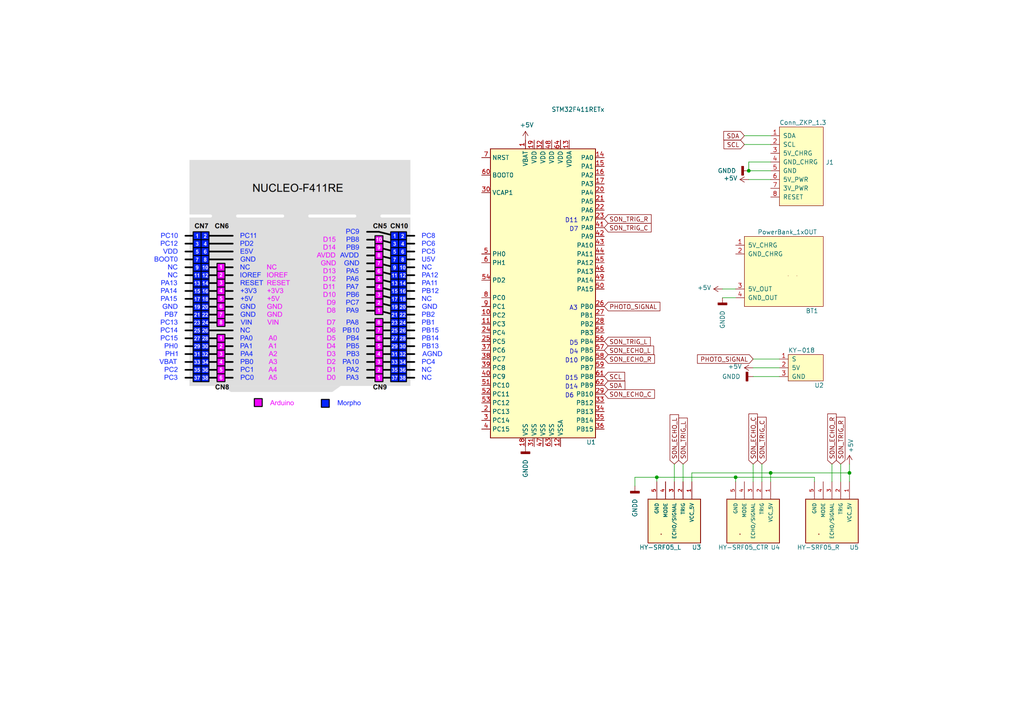
<source format=kicad_sch>
(kicad_sch (version 20211123) (generator eeschema)
  (paper "A4")
  (title_block (title "Sensors") (rev "1.0.0"))
  (lib_symbols
    (symbol "MCU_ST_STM32F4:STM32F411RETx"
      (property "Reference" "U" (at -15.24 41.91 0))
      (property "Value" "STM32F411RETx" (at 10.16 41.91 0))
      (symbol "STM32F411RETx_0_1"
        (rectangle (start -15.24 -43.18) (end 15.24 40.64) (stroke (width 0.254)) (fill (type background)))
      )
      (symbol "STM32F411RETx_1_1"
        (pin power_in line (at -5.08 43.18 270) (length 2.54) (name "VBAT") (number "1"))
        (pin bidirectional line (at -17.78 -7.62 0) (length 2.54) (name "PC2") (number "10"))
        (pin bidirectional line (at -17.78 -10.16 0) (length 2.54) (name "PC3") (number "11"))
        (pin power_in line (at 5.08 -45.72 90) (length 2.54) (name "VSSA") (number "12"))
        (pin power_in line (at 7.62 43.18 270) (length 2.54) (name "VDDA") (number "13"))
        (pin bidirectional line (at 17.78 38.1 180) (length 2.54) (name "PA0") (number "14"))
        (pin bidirectional line (at 17.78 35.56 180) (length 2.54) (name "PA1") (number "15"))
        (pin bidirectional line (at 17.78 33.02 180) (length 2.54) (name "PA2") (number "16"))
        (pin bidirectional line (at 17.78 30.48 180) (length 2.54) (name "PA3") (number "17"))
        (pin power_in line (at -5.08 -45.72 90) (length 2.54) (name "VSS") (number "18"))
        (pin power_in line (at -2.54 43.18 270) (length 2.54) (name "VDD") (number "19"))
        (pin bidirectional line (at -17.78 -35.56 0) (length 2.54) (name "PC13") (number "2"))
        (pin bidirectional line (at 17.78 27.94 180) (length 2.54) (name "PA4") (number "20"))
        (pin bidirectional line (at 17.78 25.4 180) (length 2.54) (name "PA5") (number "21"))
        (pin bidirectional line (at 17.78 22.86 180) (length 2.54) (name "PA6") (number "22"))
        (pin bidirectional line (at 17.78 20.32 180) (length 2.54) (name "PA7") (number "23"))
        (pin bidirectional line (at -17.78 -12.7 0) (length 2.54) (name "PC4") (number "24"))
        (pin bidirectional line (at -17.78 -15.24 0) (length 2.54) (name "PC5") (number "25"))
        (pin bidirectional line (at 17.78 -5.08 180) (length 2.54) (name "PB0") (number "26"))
        (pin bidirectional line (at 17.78 -7.62 180) (length 2.54) (name "PB1") (number "27"))
        (pin bidirectional line (at 17.78 -10.16 180) (length 2.54) (name "PB2") (number "28"))
        (pin bidirectional line (at 17.78 -30.48 180) (length 2.54) (name "PB10") (number "29"))
        (pin bidirectional line (at -17.78 -38.1 0) (length 2.54) (name "PC14") (number "3"))
        (pin power_in line (at -17.78 27.94 0) (length 2.54) (name "VCAP1") (number "30"))
        (pin power_in line (at -2.54 -45.72 90) (length 2.54) (name "VSS") (number "31"))
        (pin power_in line (at 0 43.18 270) (length 2.54) (name "VDD") (number "32"))
        (pin bidirectional line (at 17.78 -33.02 180) (length 2.54) (name "PB12") (number "33"))
        (pin bidirectional line (at 17.78 -35.56 180) (length 2.54) (name "PB13") (number "34"))
        (pin bidirectional line (at 17.78 -38.1 180) (length 2.54) (name "PB14") (number "35"))
        (pin bidirectional line (at 17.78 -40.64 180) (length 2.54) (name "PB15") (number "36"))
        (pin bidirectional line (at -17.78 -17.78 0) (length 2.54) (name "PC6") (number "37"))
        (pin bidirectional line (at -17.78 -20.32 0) (length 2.54) (name "PC7") (number "38"))
        (pin bidirectional line (at -17.78 -22.86 0) (length 2.54) (name "PC8") (number "39"))
        (pin bidirectional line (at -17.78 -40.64 0) (length 2.54) (name "PC15") (number "4"))
        (pin bidirectional line (at -17.78 -25.4 0) (length 2.54) (name "PC9") (number "40"))
        (pin bidirectional line (at 17.78 17.78 180) (length 2.54) (name "PA8") (number "41"))
        (pin bidirectional line (at 17.78 15.24 180) (length 2.54) (name "PA9") (number "42"))
        (pin bidirectional line (at 17.78 12.7 180) (length 2.54) (name "PA10") (number "43"))
        (pin bidirectional line (at 17.78 10.16 180) (length 2.54) (name "PA11") (number "44"))
        (pin bidirectional line (at 17.78 7.62 180) (length 2.54) (name "PA12") (number "45"))
        (pin bidirectional line (at 17.78 5.08 180) (length 2.54) (name "PA13") (number "46"))
        (pin power_in line (at 0 -45.72 90) (length 2.54) (name "VSS") (number "47"))
        (pin power_in line (at 2.54 43.18 270) (length 2.54) (name "VDD") (number "48"))
        (pin bidirectional line (at 17.78 2.54 180) (length 2.54) (name "PA14") (number "49"))
        (pin input line (at -17.78 10.16 0) (length 2.54) (name "PH0") (number "5"))
        (pin bidirectional line (at 17.78 0 180) (length 2.54) (name "PA15") (number "50"))
        (pin bidirectional line (at -17.78 -27.94 0) (length 2.54) (name "PC10") (number "51"))
        (pin bidirectional line (at -17.78 -30.48 0) (length 2.54) (name "PC11") (number "52"))
        (pin bidirectional line (at -17.78 -33.02 0) (length 2.54) (name "PC12") (number "53"))
        (pin bidirectional line (at -17.78 2.54 0) (length 2.54) (name "PD2") (number "54"))
        (pin bidirectional line (at 17.78 -12.7 180) (length 2.54) (name "PB3") (number "55"))
        (pin bidirectional line (at 17.78 -15.24 180) (length 2.54) (name "PB4") (number "56"))
        (pin bidirectional line (at 17.78 -17.78 180) (length 2.54) (name "PB5") (number "57"))
        (pin bidirectional line (at 17.78 -20.32 180) (length 2.54) (name "PB6") (number "58"))
        (pin bidirectional line (at 17.78 -22.86 180) (length 2.54) (name "PB7") (number "59"))
        (pin input line (at -17.78 7.62 0) (length 2.54) (name "PH1") (number "6"))
        (pin input line (at -17.78 33.02 0) (length 2.54) (name "BOOT0") (number "60"))
        (pin bidirectional line (at 17.78 -25.4 180) (length 2.54) (name "PB8") (number "61"))
        (pin bidirectional line (at 17.78 -27.94 180) (length 2.54) (name "PB9") (number "62"))
        (pin power_in line (at 2.54 -45.72 90) (length 2.54) (name "VSS") (number "63"))
        (pin power_in line (at 5.08 43.18 270) (length 2.54) (name "VDD") (number "64"))
        (pin input line (at -17.78 38.1 0) (length 2.54) (name "NRST") (number "7"))
        (pin bidirectional line (at -17.78 -2.54 0) (length 2.54) (name "PC0") (number "8"))
        (pin bidirectional line (at -17.78 -5.08 0) (length 2.54) (name "PC1") (number "9"))
      )
    )
    (symbol "power:+5V" (power) (pin_names (offset 0))
      (property "Value" "+5V" (at 0 3.556 0))
      (symbol "+5V_0_1"
        (polyline (pts (xy -0.762 1.27) (xy 0 2.54)))
        (polyline (pts (xy 0 0) (xy 0 2.54)))
        (polyline (pts (xy 0 2.54) (xy 0.762 1.27)))
      )
      (symbol "+5V_1_1"
        (pin power_in line (at 0 0 90) (length 0) hide (name "+5V") (number "1"))
      )
    )
    (symbol "power:GNDD" (power) (pin_names (offset 0))
      (property "Value" "GNDD" (at 0 -3.175 0))
      (symbol "GNDD_0_1"
        (rectangle (start -1.27 -1.524) (end 1.27 -2.032) (stroke (width 0.254)) (fill (type outline)))
        (polyline (pts (xy 0 0) (xy 0 -1.524)))
      )
      (symbol "GNDD_1_1"
        (pin power_in line (at 0 0 270) (length 0) hide (name "GNDD") (number "1"))
      )
    )
    (symbol "zk_connectors:Conn_ZKP_1.3" (pin_names (offset 1.016))
      (property "Reference" "J" (at -5.08 13.97 0))
      (property "Value" "Conn_ZKP_1.3" (at 1.27 -13.97 0))
      (symbol "Conn_ZKP_1.3_0_1"
        (rectangle (start -6.35 11.43) (end 6.35 -11.43) (fill (type background)))
      )
      (symbol "Conn_ZKP_1.3_1_1"
        (pin bidirectional line (at -8.89 8.89 0) (length 2.54) (name "SDA") (number "1"))
        (pin bidirectional line (at -8.89 6.35 0) (length 2.54) (name "SCL") (number "2"))
        (pin power_out line (at -8.89 3.81 0) (length 2.54) (name "5V_CHRG") (number "3"))
        (pin passive line (at -8.89 1.27 0) (length 2.54) (name "GND_CHRG") (number "4"))
        (pin passive line (at -8.89 -1.27 0) (length 2.54) (name "GND") (number "5"))
        (pin passive line (at -8.89 -3.81 0) (length 2.54) (name "5V_PWR") (number "6"))
        (pin passive line (at -8.89 -6.35 0) (length 2.54) (name "3V_PWR") (number "7"))
        (pin output line (at -8.89 -8.89 0) (length 2.54) (name "RESET") (number "8"))
      )
    )
    (symbol "zk_modules:HY-SRF05" (pin_names (offset 1.016))
      (property "Reference" "U" (at -6.35 8.89 0))
      (property "Value" "HY-SRF05" (at -5.08 -11.43 0))
      (symbol "HY-SRF05_0_0"
        (rectangle (start -6.35 7.62) (end 6.35 -7.62) (stroke (width 0.254)) (fill (type background)))
        (rectangle (start 3.81 -3.81) (end 3.81 -3.81) (stroke (width 0.254)))
        (rectangle (start 3.81 -3.81) (end 3.81 -3.81) (stroke (width 0.254)))
        (rectangle (start 3.81 -3.81) (end 3.81 -3.81) (stroke (width 0.254)))
        (pin power_in line (at -11.43 5.08 0) (length 5.08) (name "VCC_5V") (number "1"))
        (pin input line (at -11.43 2.54 0) (length 5.08) (name "TRIG") (number "2"))
        (pin output line (at -11.43 0 0) (length 5.08) (name "ECHO/SIGNAL") (number "3"))
        (pin input line (at -11.43 -2.54 0) (length 5.08) (name "MODE") (number "4"))
      )
      (symbol "HY-SRF05_1_1"
        (pin power_in line (at -11.43 -5.08 0) (length 5.08) (name "GND") (number "5"))
      )
    )
    (symbol "zk_modules:KY-018" (pin_names (offset 1.016))
      (property "Reference" "U" (at -3.81 5.08 0))
      (property "Value" "KY-018" (at -1.27 -5.08 0))
      (symbol "KY-018_0_1"
        (rectangle (start -5.08 3.81) (end 5.08 -3.81) (fill (type background)))
      )
      (symbol "KY-018_1_1"
        (pin output line (at -7.62 2.54 0) (length 2.54) (name "S") (number "1"))
        (pin power_in line (at -7.62 0 0) (length 2.54) (name "5V") (number "2"))
        (pin passive line (at -7.62 -2.54 0) (length 2.54) (name "GND") (number "3"))
      )
    )
    (symbol "zk_modules:PowerBank_1xOUT" (pin_names (offset 1.016))
      (property "Reference" "BT" (at -10.16 12.7 0))
      (property "Value" "PowerBank_1xOUT" (at 0 0 0))
      (symbol "PowerBank_1xOUT_0_1"
        (rectangle (start -11.43 10.16) (end 11.43 -10.16) (fill (type background)))
        (rectangle (start 1.27 -1.27) (end 1.27 -1.27))
        (rectangle (start 3.81 -1.27) (end 3.81 -1.27))
      )
      (symbol "PowerBank_1xOUT_1_1"
        (pin power_in line (at -13.97 7.62 0) (length 2.54) (name "5V_CHRG") (number "1"))
        (pin passive line (at -13.97 5.08 0) (length 2.54) (name "GND_CHRG") (number "2"))
        (pin power_out line (at -13.97 -5.08 0) (length 2.54) (name "5V_OUT") (number "3"))
        (pin passive line (at -13.97 -7.62 0) (length 2.54) (name "GND_OUT") (number "4"))
      )
    )
  )
  (junction (at 213.36 138.43))
  (junction (at 223.52 137.16))
  (junction (at 190.5 138.43))
  (junction (at 217.17 49.53))
  (junction (at 246.38 137.16))
  (wire (pts (xy 190.5 138.43) (xy 184.15 138.43)))
  (wire (pts (xy 236.22 138.43) (xy 213.36 138.43)))
  (wire (pts (xy 217.17 46.99) (xy 217.17 49.53)))
  (wire (pts (xy 198.12 134.62) (xy 198.12 139.7)))
  (wire (pts (xy 223.52 49.53) (xy 217.17 49.53)))
  (wire (pts (xy 241.3 134.62) (xy 241.3 139.7)))
  (wire (pts (xy 213.36 138.43) (xy 213.36 139.7)))
  (wire (pts (xy 213.36 83.82) (xy 209.55 83.82)))
  (wire (pts (xy 246.38 137.16) (xy 246.38 139.7)))
  (wire (pts (xy 223.52 52.07) (xy 217.17 52.07)))
  (wire (pts (xy 223.52 137.16) (xy 223.52 139.7)))
  (wire (pts (xy 220.98 134.62) (xy 220.98 139.7)))
  (wire (pts (xy 209.55 86.36) (xy 213.36 86.36)))
  (wire (pts (xy 195.58 134.62) (xy 195.58 139.7)))
  (wire (pts (xy 236.22 139.7) (xy 236.22 138.43)))
  (wire (pts (xy 218.44 134.62) (xy 218.44 139.7)))
  (wire (pts (xy 246.38 137.16) (xy 246.38 134.62)))
  (wire (pts (xy 200.66 137.16) (xy 223.52 137.16)))
  (wire (pts (xy 223.52 46.99) (xy 217.17 46.99)))
  (wire (pts (xy 243.84 134.62) (xy 243.84 139.7)))
  (wire (pts (xy 223.52 137.16) (xy 246.38 137.16)))
  (wire (pts (xy 223.52 39.37) (xy 215.9 39.37)))
  (wire (pts (xy 200.66 139.7) (xy 200.66 137.16)))
  (wire (pts (xy 213.36 138.43) (xy 190.5 138.43)))
  (wire (pts (xy 218.44 109.22) (xy 226.06 109.22)))
  (wire (pts (xy 184.15 138.43) (xy 184.15 140.97)))
  (wire (pts (xy 223.52 41.91) (xy 215.9 41.91)))
  (wire (pts (xy 190.5 138.43) (xy 190.5 139.7)))
  (wire (pts (xy 226.06 106.68) (xy 218.44 106.68)))
  (wire (pts (xy 226.06 104.14) (xy 218.44 104.14)))
  (image (at 86.36 82.55))
  (text "D7" (at 165.1 67.31 0) (effects (font (size 1.27 1.27)) (justify left bottom)))
  (text "D11" (at 163.83 64.77 0) (effects (font (size 1.27 1.27)) (justify left bottom)))
  (text "D10" (at 163.83 105.41 0) (effects (font (size 1.27 1.27)) (justify left bottom)))
  (text "D4" (at 165.1 102.87 0) (effects (font (size 1.27 1.27)) (justify left bottom)))
  (text "D6" (at 163.83 115.57 0) (effects (font (size 1.27 1.27)) (justify left bottom)))
  (text "D5" (at 165.1 100.33 0) (effects (font (size 1.27 1.27)) (justify left bottom)))
  (text "D14" (at 163.83 113.03 0) (effects (font (size 1.27 1.27)) (justify left bottom)))
  (text "A3" (at 165.1 90.17 0) (effects (font (size 1.27 1.27)) (justify left bottom)))
  (text "D15" (at 163.83 110.49 0) (effects (font (size 1.27 1.27)) (justify left bottom)))
  (global_label "SON_ECHO_C" (shape input) (at 218.44 134.62 90) (property "Intersheet References" "${INTERSHEET_REFS}" (effects hide)))
  (global_label "SON_ECHO_L" (shape input) (at 175.26 101.6 0) (property "Intersheet References" "${INTERSHEET_REFS}" (effects hide)))
  (global_label "SON_ECHO_L" (shape input) (at 195.58 134.62 90) (property "Intersheet References" "${INTERSHEET_REFS}" (effects hide)))
  (global_label "SON_TRIG_L" (shape input) (at 198.12 134.62 90) (property "Intersheet References" "${INTERSHEET_REFS}" (effects hide)))
  (global_label "SON_TRIG_L" (shape input) (at 175.26 99.06 0) (property "Intersheet References" "${INTERSHEET_REFS}" (effects hide)))
  (global_label "SON_ECHO_C" (shape input) (at 175.26 114.3 0) (property "Intersheet References" "${INTERSHEET_REFS}" (effects hide)))
  (global_label "SCL" (shape input) (at 215.9 41.91 180) (property "Intersheet References" "${INTERSHEET_REFS}" (effects hide)))
  (global_label "SON_ECHO_R" (shape input) (at 241.3 134.62 90) (property "Intersheet References" "${INTERSHEET_REFS}" (effects hide)))
  (global_label "SON_TRIG_C" (shape input) (at 220.98 134.62 90) (property "Intersheet References" "${INTERSHEET_REFS}" (effects hide)))
  (global_label "SDA" (shape input) (at 175.26 111.76 0) (property "Intersheet References" "${INTERSHEET_REFS}" (effects hide)))
  (global_label "PHOTO_SIGNAL" (shape input) (at 218.44 104.14 180) (property "Intersheet References" "${INTERSHEET_REFS}" (effects hide)))
  (global_label "SON_TRIG_R" (shape input) (at 243.84 134.62 90) (property "Intersheet References" "${INTERSHEET_REFS}" (effects hide)))
  (global_label "SON_TRIG_C" (shape input) (at 175.26 66.04 0) (property "Intersheet References" "${INTERSHEET_REFS}" (effects hide)))
  (global_label "SON_TRIG_R" (shape input) (at 175.26 63.5 0) (property "Intersheet References" "${INTERSHEET_REFS}" (effects hide)))
  (global_label "SCL" (shape input) (at 175.26 109.22 0) (property "Intersheet References" "${INTERSHEET_REFS}" (effects hide)))
  (global_label "SON_ECHO_R" (shape input) (at 175.26 104.14 0) (property "Intersheet References" "${INTERSHEET_REFS}" (effects hide)))
  (global_label "SDA" (shape input) (at 215.9 39.37 180) (property "Intersheet References" "${INTERSHEET_REFS}" (effects hide)))
  (global_label "PHOTO_SIGNAL" (shape input) (at 175.26 88.9 0) (property "Intersheet References" "${INTERSHEET_REFS}" (effects hide)))
  (symbol (lib_id "power:GNDD") (at 217.17 49.53 270) (unit 1)
    (property "Reference" "#PWR04" (effects hide))
    (property "Value" "GNDD" (at 210.82 49.53 90))
  )
  (symbol (lib_id "power:+5V") (at 217.17 52.07 90) (unit 1)
    (property "Reference" "#PWR05" (effects hide))
    (property "Value" "+5V" (at 213.9188 51.689 90) (effects (justify left)))
  )
  (symbol (lib_id "power:+5V") (at 152.4 40.64 0) (unit 1)
    (property "Reference" "#PWR02" (effects hide))
    (property "Value" "+5V" (at 152.781 36.2458 0))
  )
  (symbol (lib_id "power:GNDD") (at 184.15 140.97 0) (unit 1)
    (property "Reference" "#PWR07" (effects hide))
    (property "Value" "GNDD" (at 184.15 147.32 90))
  )
  (symbol (lib_id "power:+5V") (at 246.38 134.62 0) (unit 1)
    (property "Reference" "#PWR06" (effects hide))
    (property "Value" "+5V" (at 246.761 131.3688 90) (effects (justify left)))
  )
  (symbol (lib_id "power:GNDD") (at 218.44 109.22 270) (unit 1)
    (property "Reference" "#PWR03" (effects hide))
    (property "Value" "GNDD" (at 212.09 109.22 90))
  )
  (symbol (lib_id "MCU_ST_STM32F4:STM32F411RETx") (at 157.48 83.82 0) (unit 1)
    (property "Reference" "U1" (at 171.45 128.27 0))
    (property "Value" "STM32F411RETx" (at 167.64 31.75 0))
    (property "Footprint" "Package_QFP:LQFP-64_10x10mm_P0.5mm" (effects hide))
    (property "Datasheet" "http://www.st.com/st-web-ui/static/active/en/resource/technical/document/datasheet/DM00115249.pdf" (effects hide))
  )
  (symbol (lib_id "zk_connectors:Conn_ZKP_1.3") (at 232.41 48.26 0) (unit 1)
    (property "Reference" "J1" (at 239.4712 47.0916 0) (effects (justify left)))
    (property "Value" "Conn_ZKP_1.3" (at 226.06 35.56 0) (effects (justify left)))
  )
  (symbol (lib_id "zk_modules:PowerBank_1xOUT") (at 227.33 78.74 0) (unit 1)
    (property "Reference" "BT1" (at 233.68 90.17 0) (effects (justify left)))
    (property "Value" "PowerBank_1xOUT" (at 219.71 67.31 0) (effects (justify left)))
  )
  (symbol (lib_id "zk_modules:KY-018") (at 233.68 106.68 0) (unit 1)
    (property "Reference" "U2" (at 236.22 111.76 0) (effects (justify left)))
    (property "Value" "KY-018" (at 228.6 101.6 0) (effects (justify left)))
  )
  (symbol (lib_id "power:+5V") (at 218.44 106.68 90) (unit 1)
    (property "Reference" "#PWR010" (effects hide))
    (property "Value" "+5V" (at 215.1888 106.299 90) (effects (justify left)))
  )
  (symbol (lib_id "power:+5V") (at 209.55 83.82 90) (unit 1)
    (property "Reference" "#PWR08" (effects hide))
    (property "Value" "+5V" (at 206.2988 83.439 90) (effects (justify left)))
  )
  (symbol (lib_id "power:GNDD") (at 209.55 86.36 0) (unit 1)
    (property "Reference" "#PWR09" (effects hide))
    (property "Value" "GNDD" (at 209.55 92.71 90))
  )
  (symbol (lib_id "power:GNDD") (at 152.4 129.54 0) (unit 1)
    (property "Reference" "#PWR01" (effects hide))
    (property "Value" "GNDD" (at 152.4 135.89 90))
  )
  (symbol (lib_id "zk_modules:HY-SRF05") (at 195.58 151.13 270) (unit 1)
    (property "Reference" "U3" (at 200.66 158.75 90) (effects (justify left)))
    (property "Value" "HY-SRF05_L" (at 185.42 158.75 90) (effects (justify left)))
    (property "Footprint" "XCVR_HC-SR04" (effects hide))
    (property "Datasheet" "Osepp" (effects hide))
  )
  (symbol (lib_id "zk_modules:HY-SRF05") (at 218.44 151.13 270) (unit 1)
    (property "Reference" "U4" (at 223.52 158.75 90) (effects (justify left)))
    (property "Value" "HY-SRF05_CTR" (at 208.28 158.75 90) (effects (justify left)))
    (property "Footprint" "XCVR_HC-SR04" (effects hide))
    (property "Datasheet" "Osepp" (effects hide))
  )
  (symbol (lib_id "zk_modules:HY-SRF05") (at 241.3 151.13 270) (unit 1)
    (property "Reference" "U5" (at 246.38 158.75 90) (effects (justify left)))
    (property "Value" "HY-SRF05_R" (at 231.14 158.75 90) (effects (justify left)))
    (property "Footprint" "XCVR_HC-SR04" (effects hide))
    (property "Datasheet" "Osepp" (effects hide))
  )
)
</source>
